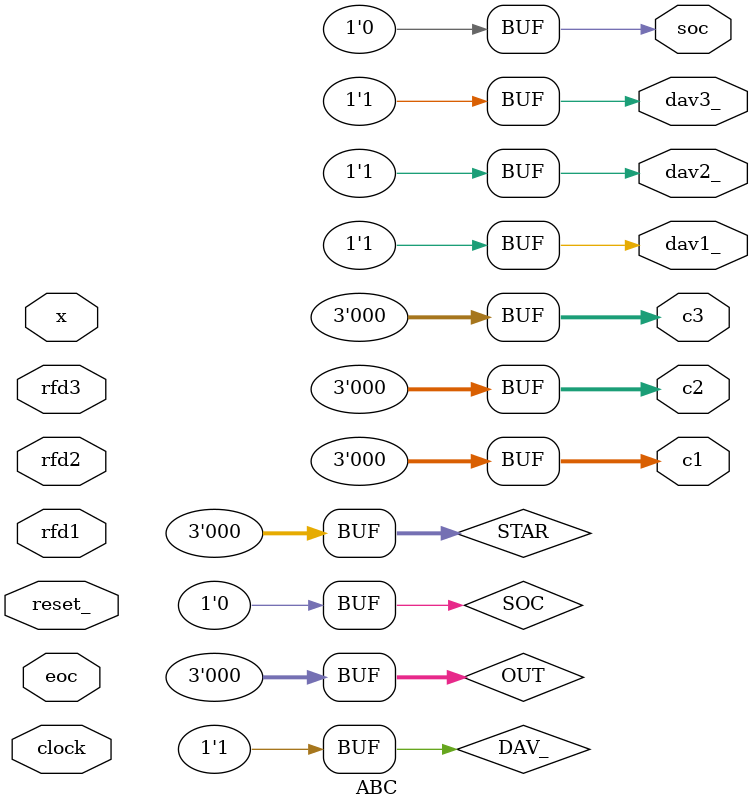
<source format=v>
module ABC (
    clock, reset_,
    soc, eoc, x,
    rfd1, dav1_, c1,
    rfd2, dav2_, c2,
    rfd3, dav3_, c3
);
    input clock, reset_;

    output soc;
    input eoc;
    input[7:0] x;

    input rfd1, rfd2, rfd3;
    output dav1_, dav2_, dav3_;
    output[2:0] c1, c2, c3;

    reg SOC; 
    assign soc = SOC;

    reg DAV_; 
    assign dav1_ = DAV_;
    assign dav2_ = DAV_;
    assign dav3_ = DAV_;

    reg[2:0] OUT;
    assign c1 = OUT;
    assign c2 = OUT;
    assign c3 = OUT;

    reg[7:0] X;

    reg [2:0] STAR;
    localparam S0 = 0, S1 = 1, S2 = 2, S3 = 3, S4 = 4;

    always @(reset_ == 0) #1
    begin
        SOC <= 0;
        DAV_ <= 1;
        OUT <= 0;
        STAR <= S0;
    end

    always @(posedge clock) if (reset_ == 1) #3
    casex (STAR)
    S0: begin
        SOC <= 1;
        STAR <= (eoc == 0) ? S1 : S0;
    end
    S1: begin
        SOC <= 0;
        X <= x;
        OUT <= 0;
        STAR <= (eoc == 1) ? S2 : S1;
    end
    S2: begin
        OUT <= OUT + X[0];
        X <= {2'b00, X[7:2]};
        STAR <= (X == 0) ? S3 : S2;
    end
    S3: begin
        DAV_ <= 0;
        STAR <= ({rfd1, rfd2, rfd3} == 3'b000) ? S4 : S3;
    end
    S4: begin
        DAV_ <= 1;
        STAR <= ({rfd1, rfd2, rfd3} == 3'b111) ? S0 : S4;
    end
    endcase
    
    
endmodule
</source>
